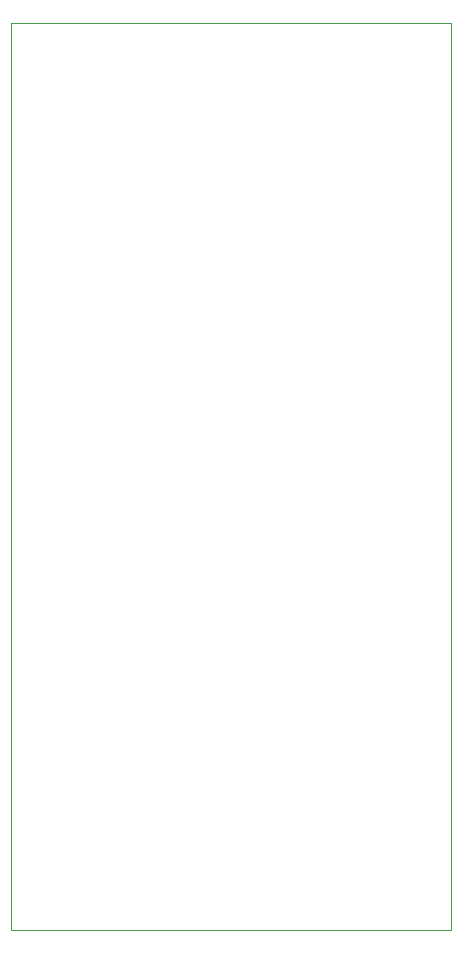
<source format=gbr>
%TF.GenerationSoftware,KiCad,Pcbnew,8.0.6*%
%TF.CreationDate,2024-11-02T08:16:50+08:00*%
%TF.ProjectId,macropad,6d616372-6f70-4616-942e-6b696361645f,rev?*%
%TF.SameCoordinates,Original*%
%TF.FileFunction,Profile,NP*%
%FSLAX46Y46*%
G04 Gerber Fmt 4.6, Leading zero omitted, Abs format (unit mm)*
G04 Created by KiCad (PCBNEW 8.0.6) date 2024-11-02 08:16:50*
%MOMM*%
%LPD*%
G01*
G04 APERTURE LIST*
%TA.AperFunction,Profile*%
%ADD10C,0.050000*%
%TD*%
G04 APERTURE END LIST*
D10*
X126800000Y-76900000D02*
X164000000Y-76900000D01*
X164000000Y-153700000D01*
X126800000Y-153700000D01*
X126800000Y-76900000D01*
M02*

</source>
